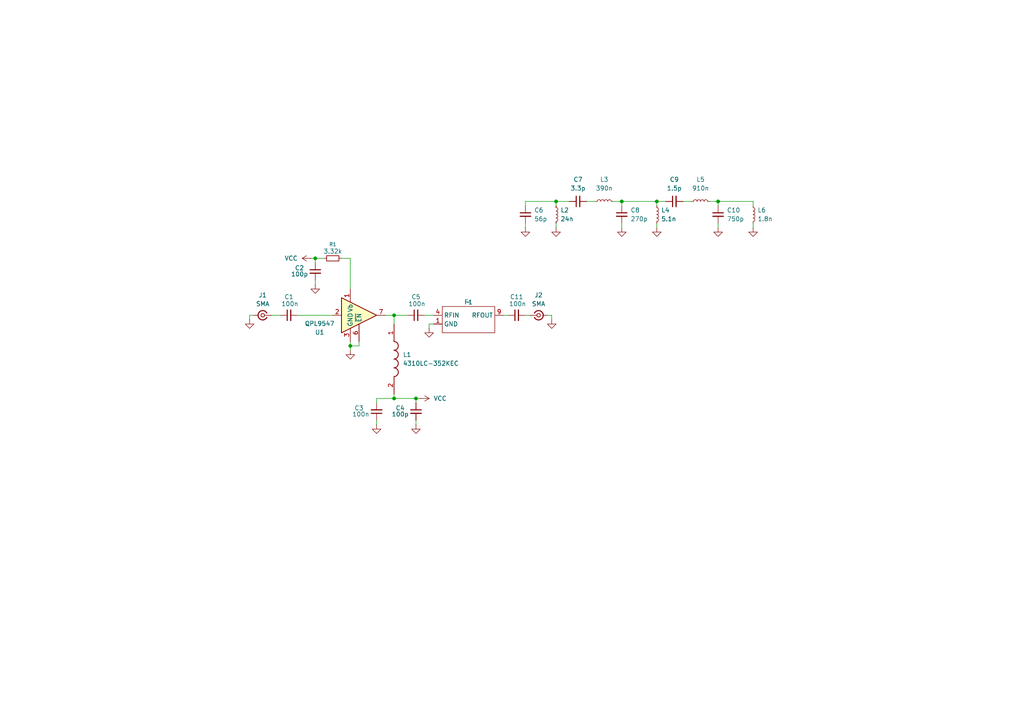
<source format=kicad_sch>
(kicad_sch (version 20250114) (generator "eeschema") (generator_version "9.0")
  (paper "A4")
  (lib_symbols
    (symbol "Connector:Conn_Coaxial_Small" (pin_numbers (hide yes)) (pin_names (offset 1.016) (hide yes))
      (property "Reference" "J" (at 0.254 3.048 0))
      (property "Value" "Conn_Coaxial_Small" (at 0 -3.81 0))
      (symbol "Conn_Coaxial_Small_0_1"
        (polyline (pts (xy -2.54 0) (xy -0.508 0)))
        (circle (center 0 0) (radius 0.508) (stroke (width 0.2032)))
      )
      (symbol "Conn_Coaxial_Small_1_1"
        (arc (start 1.3484 0.0039) (mid 0.327 -1.308) (end -1.1916 -0.6311) (stroke (width 0.3048)))
        (arc (start -1.1916 0.6311) (mid 0.327 1.3081) (end 1.3484 -0.0039) (stroke (width 0.3048)))
        (pin passive line (at -2.54 0 0) (length 1.27) (name "In") (number "1"))
        (pin passive line (at 2.54 0 180) (length 1.27) (name "Ext") (number "2"))
      )
    )
    (symbol "Device:C_Small" (pin_numbers (hide yes)) (pin_names (offset 0.254) (hide yes))
      (property "Reference" "C" (at 0.254 1.778 0))
      (property "Value" "C_Small" (at 0.254 -2.032 0))
      (symbol "C_Small_0_1"
        (polyline (pts (xy -1.524 0.508) (xy 1.524 0.508)) (stroke (width 0.3048)))
        (polyline (pts (xy -1.524 -0.508) (xy 1.524 -0.508)) (stroke (width 0.3302)))
      )
      (symbol "C_Small_1_1"
        (pin passive line (at 0 2.54 270) (length 2.032) (name "~") (number "1"))
        (pin passive line (at 0 -2.54 90) (length 2.032) (name "~") (number "2"))
      )
    )
    (symbol "Device:L_Small" (pin_numbers (hide yes)) (pin_names (offset 0.254) (hide yes))
      (property "Reference" "L" (at 0.762 1.016 0))
      (property "Value" "L_Small" (at 0.762 -1.016 0))
      (symbol "L_Small_0_1"
        (arc (start 0 2.032) (mid 0.5058 1.524) (end 0 1.016))
        (arc (start 0 1.016) (mid 0.5058 0.508) (end 0 0))
        (arc (start 0 0) (mid 0.5058 -0.508) (end 0 -1.016))
        (arc (start 0 -1.016) (mid 0.5058 -1.524) (end 0 -2.032))
      )
      (symbol "L_Small_1_1"
        (pin passive line (at 0 2.54 270) (length 0.508) (name "~") (number "1"))
        (pin passive line (at 0 -2.54 90) (length 0.508) (name "~") (number "2"))
      )
    )
    (symbol "Device:R_Small" (pin_numbers (hide yes)) (pin_names (offset 0.254) (hide yes))
      (property "Reference" "R" (at 0 0 90))
      (property "Value" "R_Small" (at 1.778 0 90))
      (symbol "R_Small_0_1"
        (rectangle (start -0.762 1.778) (end 0.762 -1.778) (stroke (width 0.2032)))
      )
      (symbol "R_Small_1_1"
        (pin passive line (at 0 2.54 270) (length 0.762) (name "~") (number "1"))
        (pin passive line (at 0 -2.54 90) (length 0.762) (name "~") (number "2"))
      )
    )
    (symbol "RF_Amplifier:QPL9547"
      (property "Reference" "U" (at 1.27 10.16 0))
      (property "Value" "QPL9547" (at 5.08 5.08 0))
      (symbol "QPL9547_0_1"
        (polyline (pts (xy 5.08 0) (xy -5.08 5.08) (xy -5.08 -5.08) (xy 5.08 0)) (stroke (width 0.254)) (fill (type background)))
      )
      (symbol "QPL9547_1_1"
        (pin input line (at -7.62 0 0) (length 2.54) (name "~") (number "2"))
        (pin power_in line (at -2.54 7.62 270) (length 3.81) (name "Vb") (number "1"))
        (pin power_in line (at -2.54 -7.62 90) (length 3.81) (name "GND") (number "3"))
        (pin passive line (at -2.54 -7.62 90) (length 3.81) (hide yes) (name "GND") (number "4"))
        (pin passive line (at -2.54 -7.62 90) (length 3.81) (hide yes) (name "GND") (number "5"))
        (pin passive line (at -2.54 -7.62 90) (length 3.81) (hide yes) (name "GND") (number "8"))
        (pin passive line (at -2.54 -7.62 90) (length 3.81) (hide yes) (name "GND") (number "9"))
        (pin passive line (at 0 -7.62 90) (length 5.08) (name "~{EN}") (number "6"))
        (pin output line (at 7.62 0 180) (length 2.54) (name "~") (number "7"))
      )
    )
    (symbol "RF_Filters:TA1581A"
      (property "Reference" "F" (at 0 3.556 0))
      (symbol "TA1581A_0_1"
        (rectangle (start -7.62 2.54) (end 7.62 -5.08))
      )
      (symbol "TA1581A_1_1"
        (pin input line (at -10.16 0 0) (length 2.54) (name "RFIN") (number "4"))
        (pin power_out line (at -10.16 -2.54 0) (length 2.54) (name "GND") (number "1"))
        (pin power_out line (at -10.16 -2.54 0) (length 2.54) (hide yes) (name "GND") (number "10"))
        (pin power_out line (at -10.16 -2.54 0) (length 2.54) (hide yes) (name "GND") (number "2"))
        (pin power_out line (at -10.16 -2.54 0) (length 2.54) (hide yes) (name "GND") (number "3"))
        (pin power_out line (at -10.16 -2.54 0) (length 2.54) (hide yes) (name "GND") (number "5"))
        (pin power_out line (at -10.16 -2.54 0) (length 2.54) (hide yes) (name "GND") (number "6"))
        (pin power_out line (at -10.16 -2.54 0) (length 2.54) (hide yes) (name "GND") (number "7"))
        (pin power_out line (at -10.16 -2.54 0) (length 2.54) (hide yes) (name "GND") (number "8"))
        (pin output line (at 10.16 0 180) (length 2.54) (name "RFOUT") (number "9"))
      )
    )
    (symbol "SamacSys_Parts:4310LC-352KEC" (pin_names (hide yes))
      (property "Reference" "L" (at 16.51 6.35 0))
      (property "Value" "4310LC-352KEC" (at 16.51 3.81 0))
      (symbol "4310LC-352KEC_1_1"
        (arc (start 5.08 0) (mid 6.35 1.219) (end 7.62 0) (stroke (width 0.254)))
        (arc (start 7.62 0) (mid 8.89 1.219) (end 10.16 0) (stroke (width 0.254)))
        (arc (start 10.16 0) (mid 11.43 1.219) (end 12.7 0) (stroke (width 0.254)))
        (arc (start 12.7 0) (mid 13.97 1.219) (end 15.24 0) (stroke (width 0.254)))
        (pin passive line (at 0 0 0) (length 5.08) (name "1") (number "1"))
        (pin passive line (at 20.32 0 180) (length 5.08) (name "2") (number "2"))
      )
    )
    (symbol "power:GND" (power) (pin_numbers (hide yes)) (pin_names (offset 0) (hide yes))
      (property "Value" "GND" (at 0 -3.81 0))
      (symbol "GND_0_1"
        (polyline (pts (xy 0 0) (xy 0 -1.27) (xy 1.27 -1.27) (xy 0 -2.54) (xy -1.27 -1.27) (xy 0 -1.27)))
      )
      (symbol "GND_1_1"
        (pin power_in line (at 0 0 270) (length 0) (name "~") (number "1"))
      )
    )
    (symbol "power:VCC" (power) (pin_numbers (hide yes)) (pin_names (offset 0) (hide yes))
      (property "Value" "VCC" (at 0 3.556 0))
      (symbol "VCC_0_1"
        (polyline (pts (xy -0.762 1.27) (xy 0 2.54)))
        (polyline (pts (xy 0 2.54) (xy 0.762 1.27)))
        (polyline (pts (xy 0 0) (xy 0 2.54)))
      )
      (symbol "VCC_1_1"
        (pin power_in line (at 0 0 90) (length 0) (name "~") (number "1"))
      )
    )
  )
  (junction (at 114.3 91.44))
  (junction (at 180.34 58.42))
  (junction (at 114.3 115.57))
  (junction (at 120.65 115.57))
  (junction (at 190.5 58.42))
  (junction (at 101.6 100.33))
  (junction (at 161.29 58.42))
  (junction (at 208.28 58.42))
  (junction (at 91.44 74.93))
  (wire (pts (xy 208.28 66.04) (xy 208.28 64.77)))
  (wire (pts (xy 91.44 76.2) (xy 91.44 74.93)))
  (wire (pts (xy 218.44 66.04) (xy 218.44 64.77)))
  (wire (pts (xy 205.74 58.42) (xy 208.28 58.42)))
  (wire (pts (xy 177.8 58.42) (xy 180.34 58.42)))
  (wire (pts (xy 153.67 91.44) (xy 152.4 91.44)))
  (wire (pts (xy 120.65 116.84) (xy 120.65 115.57)))
  (wire (pts (xy 152.4 58.42) (xy 161.29 58.42)))
  (wire (pts (xy 114.3 115.57) (xy 109.22 115.57)))
  (wire (pts (xy 72.39 92.71) (xy 72.39 91.44)))
  (wire (pts (xy 78.74 91.44) (xy 81.28 91.44)))
  (wire (pts (xy 161.29 66.04) (xy 161.29 64.77)))
  (wire (pts (xy 101.6 83.82) (xy 101.6 74.93)))
  (wire (pts (xy 161.29 58.42) (xy 165.1 58.42)))
  (wire (pts (xy 152.4 66.04) (xy 152.4 64.77)))
  (wire (pts (xy 123.19 91.44) (xy 125.73 91.44)))
  (wire (pts (xy 101.6 100.33) (xy 101.6 101.6)))
  (wire (pts (xy 86.36 91.44) (xy 96.52 91.44)))
  (wire (pts (xy 161.29 58.42) (xy 161.29 59.69)))
  (wire (pts (xy 90.17 74.93) (xy 91.44 74.93)))
  (wire (pts (xy 120.65 115.57) (xy 114.3 115.57)))
  (wire (pts (xy 72.39 91.44) (xy 73.66 91.44)))
  (wire (pts (xy 104.14 99.06) (xy 104.14 100.33)))
  (wire (pts (xy 190.5 58.42) (xy 193.04 58.42)))
  (wire (pts (xy 208.28 58.42) (xy 218.44 58.42)))
  (wire (pts (xy 91.44 82.55) (xy 91.44 81.28)))
  (wire (pts (xy 109.22 115.57) (xy 109.22 116.84)))
  (wire (pts (xy 114.3 91.44) (xy 118.11 91.44)))
  (wire (pts (xy 104.14 100.33) (xy 101.6 100.33)))
  (wire (pts (xy 101.6 74.93) (xy 99.06 74.93)))
  (wire (pts (xy 152.4 59.69) (xy 152.4 58.42)))
  (wire (pts (xy 198.12 58.42) (xy 200.66 58.42)))
  (wire (pts (xy 121.92 115.57) (xy 120.65 115.57)))
  (wire (pts (xy 190.5 66.04) (xy 190.5 64.77)))
  (wire (pts (xy 101.6 99.06) (xy 101.6 100.33)))
  (wire (pts (xy 190.5 58.42) (xy 190.5 59.69)))
  (wire (pts (xy 180.34 58.42) (xy 180.34 59.69)))
  (wire (pts (xy 109.22 123.19) (xy 109.22 121.92)))
  (wire (pts (xy 218.44 58.42) (xy 218.44 59.69)))
  (wire (pts (xy 124.46 93.98) (xy 125.73 93.98)))
  (wire (pts (xy 170.18 58.42) (xy 172.72 58.42)))
  (wire (pts (xy 146.05 91.44) (xy 147.32 91.44)))
  (wire (pts (xy 180.34 58.42) (xy 190.5 58.42)))
  (wire (pts (xy 160.02 91.44) (xy 158.75 91.44)))
  (wire (pts (xy 124.46 95.25) (xy 124.46 93.98)))
  (wire (pts (xy 114.3 91.44) (xy 111.76 91.44)))
  (wire (pts (xy 208.28 58.42) (xy 208.28 59.69)))
  (wire (pts (xy 160.02 92.71) (xy 160.02 91.44)))
  (wire (pts (xy 180.34 66.04) (xy 180.34 64.77)))
  (wire (pts (xy 114.3 114.3) (xy 114.3 115.57)))
  (wire (pts (xy 120.65 123.19) (xy 120.65 121.92)))
  (wire (pts (xy 91.44 74.93) (xy 93.98 74.93)))
  (wire (pts (xy 114.3 93.98) (xy 114.3 91.44)))
  (symbol (lib_id "Device:L_Small") (at 161.29 62.23 0) (unit 1)
    (property "Reference" "L2" (at 162.56 60.9599 0) (effects (justify left)))
    (property "Value" "24n" (at 162.56 63.4999 0) (effects (justify left)))
    (property "Footprint" "Inductor_SMD:L_0402_1005Metric" (effects (hide yes)))
    (property "Description" "Inductor, small symbol" (effects (hide yes)))
  )
  (symbol (lib_id "Device:C_Small") (at 180.34 62.23 0) (unit 1)
    (property "Reference" "C8" (at 182.88 60.9662 0) (effects (justify left)))
    (property "Value" "270p" (at 182.88 63.5062 0) (effects (justify left)))
    (property "Footprint" "Capacitor_SMD:C_0402_1005Metric" (effects (hide yes)))
    (property "Description" "Unpolarized capacitor, small symbol" (effects (hide yes)))
  )
  (symbol (lib_id "Device:C_Small") (at 120.65 119.38 0) (unit 1)
    (property "Reference" "C4" (at 116.078 118.364 0))
    (property "Value" "100p" (at 116.078 120.142 0))
    (property "Footprint" "Capacitor_SMD:C_0402_1005Metric" (effects (hide yes)))
    (property "Description" "Unpolarized capacitor, small symbol" (effects (hide yes)))
    (property "MFR" "81-GRM1555C1H101JA1D" (effects (hide yes)))
  )
  (symbol (lib_id "power:GND") (at 218.44 66.04 0) (unit 1)
    (property "Reference" "#PWR014" (effects (hide yes)))
    (property "Value" "GND" (effects (hide yes)))
    (property "Description" "Power symbol creates a global label with name \"GND\" , ground" (effects (hide yes)))
  )
  (symbol (lib_id "Device:C_Small") (at 152.4 62.23 0) (unit 1)
    (property "Reference" "C6" (at 154.94 60.9662 0) (effects (justify left)))
    (property "Value" "56p" (at 154.94 63.5062 0) (effects (justify left)))
    (property "Footprint" "Capacitor_SMD:C_0402_1005Metric" (effects (hide yes)))
    (property "Description" "Unpolarized capacitor, small symbol" (effects (hide yes)))
  )
  (symbol (lib_id "Device:C_Small") (at 120.65 91.44 90) (unit 1)
    (property "Reference" "C5" (at 120.65 86.106 90))
    (property "Value" "100n" (at 120.904 88.138 90))
    (property "Footprint" "Capacitor_SMD:C_0402_1005Metric" (effects (hide yes)))
    (property "Description" "Unpolarized capacitor, small symbol" (effects (hide yes)))
  )
  (symbol (lib_id "Device:L_Small") (at 190.5 62.23 0) (unit 1)
    (property "Reference" "L4" (at 191.77 60.9599 0) (effects (justify left)))
    (property "Value" "5.1n" (at 191.77 63.4999 0) (effects (justify left)))
    (property "Footprint" "Inductor_SMD:L_0402_1005Metric" (effects (hide yes)))
    (property "Description" "Inductor, small symbol" (effects (hide yes)))
  )
  (symbol (lib_id "Device:C_Small") (at 195.58 58.42 90) (unit 1)
    (property "Reference" "C9" (at 195.5863 52.07 90))
    (property "Value" "1.5p" (at 195.5863 54.61 90))
    (property "Footprint" "Capacitor_SMD:C_0402_1005Metric" (effects (hide yes)))
    (property "Description" "Unpolarized capacitor, small symbol" (effects (hide yes)))
  )
  (symbol (lib_id "RF_Filters:TA1581A") (at 135.89 91.44 0) (unit 1)
    (property "Reference" "F1" (at 135.89 87.63 0))
    (property "Value" "~" (at 135.89 87.63 0))
  )
  (symbol (lib_id "Device:L_Small") (at 218.44 62.23 0) (unit 1)
    (property "Reference" "L6" (at 219.71 60.9599 0) (effects (justify left)))
    (property "Value" "1.8n" (at 219.71 63.4999 0) (effects (justify left)))
    (property "Footprint" "Inductor_SMD:L_0402_1005Metric" (effects (hide yes)))
    (property "Description" "Inductor, small symbol" (effects (hide yes)))
  )
  (symbol (lib_id "power:GND") (at 109.22 123.19 0) (unit 1)
    (property "Reference" "#PWR05" (effects (hide yes)))
    (property "Value" "GND" (effects (hide yes)))
    (property "Description" "Power symbol creates a global label with name \"GND\" , ground" (effects (hide yes)))
  )
  (symbol (lib_id "Connector:Conn_Coaxial_Small") (at 156.21 91.44 0) (unit 1)
    (property "Reference" "J2" (at 156.21 85.598 0))
    (property "Value" "SMA" (at 156.21 88.138 0))
    (property "Footprint" "Connector_Coaxial:SMA_Samtec_SMA-J-P-H-ST-EM1_EdgeMount" (effects (hide yes)))
    (property "Description" "small coaxial connector (BNC, SMA, SMB, SMC, Cinch/RCA, LEMO, ...)" (effects (hide yes)))
  )
  (symbol (lib_id "Device:C_Small") (at 109.22 119.38 180) (unit 1)
    (property "Reference" "C3" (at 104.14 118.364 0))
    (property "Value" "100n" (at 104.648 120.142 0))
    (property "Footprint" "Capacitor_SMD:C_0402_1005Metric" (effects (hide yes)))
    (property "Description" "Unpolarized capacitor, small symbol" (effects (hide yes)))
  )
  (symbol (lib_id "SamacSys_Parts:4310LC-352KEC") (at 114.3 93.98 270) (unit 1)
    (property "Reference" "L1" (at 116.84 102.8699 90) (effects (justify left)))
    (property "Value" "4310LC-352KEC" (at 116.84 105.4099 90) (effects (justify left)))
    (property "Footprint" "SamacSys_Parts:4310LC132KEC" (effects (hide yes)))
    (property "Datasheet" "https://www.coilcraft.com/pdfs/4310lc.pdf" (effects (hide yes)))
    (property "Description" "Fixed Inductors 4310LC Wideband Bias 3.5uH 10% 49mOhms" (effects (hide yes)))
    (property "Height" "3.554" (effects (hide yes)))
    (property "Mouser Part Number" "994-4310LC-352KEC" (effects (hide yes)))
    (property "Mouser Price/Stock" "https://www.mouser.co.uk/ProductDetail/Coilcraft/4310LC-352KEC?qs=ZYnrCdKdyefR4NosjcaP1w%3D%3D" (effects (hide yes)))
    (property "Manufacturer_Name" "COILCRAFT" (effects (hide yes)))
    (property "Manufacturer_Part_Number" "4310LC-352KEC" (effects (hide yes)))
  )
  (symbol (lib_id "power:GND") (at 120.65 123.19 0) (unit 1)
    (property "Reference" "#PWR06" (effects (hide yes)))
    (property "Value" "GND" (effects (hide yes)))
    (property "Description" "Power symbol creates a global label with name \"GND\" , ground" (effects (hide yes)))
  )
  (symbol (lib_id "power:VCC") (at 90.17 74.93 90) (unit 1)
    (property "Reference" "#PWR02" (effects (hide yes)))
    (property "Value" "VCC" (at 86.36 74.9299 90) (effects (justify left)))
    (property "Description" "Power symbol creates a global label with name \"VCC\"" (effects (hide yes)))
  )
  (symbol (lib_id "Device:C_Small") (at 91.44 78.74 0) (unit 1)
    (property "Reference" "C2" (at 86.868 77.724 0))
    (property "Value" "100p" (at 86.868 79.502 0))
    (property "Footprint" "Capacitor_SMD:C_0402_1005Metric" (effects (hide yes)))
    (property "Description" "Unpolarized capacitor, small symbol" (effects (hide yes)))
    (property "MFR" "81-GRM1555C1H101JA1D" (effects (hide yes)))
  )
  (symbol (lib_id "Connector:Conn_Coaxial_Small") (at 76.2 91.44 180) (unit 1)
    (property "Reference" "J1" (at 76.2 85.598 0))
    (property "Value" "SMA" (at 76.2 88.138 0))
    (property "Footprint" "Connector_Coaxial:SMA_Samtec_SMA-J-P-H-ST-EM1_EdgeMount" (effects (hide yes)))
    (property "Description" "small coaxial connector (BNC, SMA, SMB, SMC, Cinch/RCA, LEMO, ...)" (effects (hide yes)))
  )
  (symbol (lib_id "RF_Amplifier:QPL9547") (at 104.14 91.44 0) (unit 1)
    (property "Reference" "U1" (at 92.71 96.3932 0))
    (property "Value" "QPL9547" (at 92.71 93.8532 0))
    (property "Footprint" "Package_DFN_QFN:DFN-8-1EP_2x2mm_P0.5mm_EP0.8x1.6mm" (effects (hide yes)))
    (property "Datasheet" "https://www.qorvo.com/products/d/da007268" (effects (hide yes)))
    (property "Description" "100-6000MHz RF/IF +19.5dB gain block, DFN-8" (effects (hide yes)))
  )
  (symbol (lib_id "power:GND") (at 180.34 66.04 0) (unit 1)
    (property "Reference" "#PWR011" (effects (hide yes)))
    (property "Value" "GND" (effects (hide yes)))
    (property "Description" "Power symbol creates a global label with name \"GND\" , ground" (effects (hide yes)))
  )
  (symbol (lib_id "power:VCC") (at 121.92 115.57 270) (unit 1)
    (property "Reference" "#PWR07" (effects (hide yes)))
    (property "Value" "VCC" (at 125.73 115.5699 90) (effects (justify left)))
    (property "Description" "Power symbol creates a global label with name \"VCC\"" (effects (hide yes)))
  )
  (symbol (lib_id "power:GND") (at 208.28 66.04 0) (unit 1)
    (property "Reference" "#PWR013" (effects (hide yes)))
    (property "Value" "GND" (effects (hide yes)))
    (property "Description" "Power symbol creates a global label with name \"GND\" , ground" (effects (hide yes)))
  )
  (symbol (lib_id "Device:C_Small") (at 208.28 62.23 0) (unit 1)
    (property "Reference" "C10" (at 210.82 60.9662 0) (effects (justify left)))
    (property "Value" "750p" (at 210.82 63.5062 0) (effects (justify left)))
    (property "Footprint" "Capacitor_SMD:C_0402_1005Metric" (effects (hide yes)))
    (property "Description" "Unpolarized capacitor, small symbol" (effects (hide yes)))
  )
  (symbol (lib_id "power:GND") (at 124.46 95.25 0) (unit 1)
    (property "Reference" "#PWR08" (effects (hide yes)))
    (property "Value" "GND" (effects (hide yes)))
    (property "Description" "Power symbol creates a global label with name \"GND\" , ground" (effects (hide yes)))
  )
  (symbol (lib_id "Device:C_Small") (at 167.64 58.42 90) (unit 1)
    (property "Reference" "C7" (at 167.6463 52.07 90))
    (property "Value" "3.3p" (at 167.6463 54.61 90))
    (property "Footprint" "Capacitor_SMD:C_0402_1005Metric" (effects (hide yes)))
    (property "Description" "Unpolarized capacitor, small symbol" (effects (hide yes)))
  )
  (symbol (lib_id "power:GND") (at 160.02 92.71 0) (unit 1)
    (property "Reference" "#PWR015" (effects (hide yes)))
    (property "Value" "GND" (effects (hide yes)))
    (property "Description" "Power symbol creates a global label with name \"GND\" , ground" (effects (hide yes)))
  )
  (symbol (lib_id "Device:L_Small") (at 175.26 58.42 90) (unit 1)
    (property "Reference" "L3" (at 175.26 52.07 90))
    (property "Value" "390n" (at 175.26 54.61 90))
    (property "Footprint" "Inductor_SMD:L_0402_1005Metric" (effects (hide yes)))
    (property "Description" "Inductor, small symbol" (effects (hide yes)))
  )
  (symbol (lib_id "power:GND") (at 190.5 66.04 0) (unit 1)
    (property "Reference" "#PWR012" (effects (hide yes)))
    (property "Value" "GND" (effects (hide yes)))
    (property "Description" "Power symbol creates a global label with name \"GND\" , ground" (effects (hide yes)))
  )
  (symbol (lib_id "Device:L_Small") (at 203.2 58.42 90) (unit 1)
    (property "Reference" "L5" (at 203.2 52.07 90))
    (property "Value" "910n" (at 203.2 54.61 90))
    (property "Footprint" "Inductor_SMD:L_0402_1005Metric" (effects (hide yes)))
    (property "Description" "Inductor, small symbol" (effects (hide yes)))
  )
  (symbol (lib_id "power:GND") (at 91.44 82.55 0) (unit 1)
    (property "Reference" "#PWR03" (effects (hide yes)))
    (property "Value" "GND" (effects (hide yes)))
    (property "Description" "Power symbol creates a global label with name \"GND\" , ground" (effects (hide yes)))
  )
  (symbol (lib_id "Device:C_Small") (at 149.86 91.44 90) (unit 1)
    (property "Reference" "C11" (at 149.86 86.106 90))
    (property "Value" "100n" (at 150.114 88.138 90))
    (property "Footprint" "Capacitor_SMD:C_0402_1005Metric" (effects (hide yes)))
    (property "Description" "Unpolarized capacitor, small symbol" (effects (hide yes)))
  )
  (symbol (lib_id "power:GND") (at 101.6 101.6 0) (unit 1)
    (property "Reference" "#PWR04" (effects (hide yes)))
    (property "Value" "GND" (effects (hide yes)))
    (property "Description" "Power symbol creates a global label with name \"GND\" , ground" (effects (hide yes)))
  )
  (symbol (lib_id "Device:C_Small") (at 83.82 91.44 90) (unit 1)
    (property "Reference" "C1" (at 83.82 86.106 90))
    (property "Value" "100n" (at 84.074 88.138 90))
    (property "Footprint" "Capacitor_SMD:C_0402_1005Metric" (effects (hide yes)))
    (property "Description" "Unpolarized capacitor, small symbol" (effects (hide yes)))
  )
  (symbol (lib_id "power:GND") (at 72.39 92.71 0) (unit 1)
    (property "Reference" "#PWR01" (effects (hide yes)))
    (property "Value" "GND" (effects (hide yes)))
    (property "Description" "Power symbol creates a global label with name \"GND\" , ground" (effects (hide yes)))
  )
  (symbol (lib_id "power:GND") (at 161.29 66.04 0) (unit 1)
    (property "Reference" "#PWR010" (effects (hide yes)))
    (property "Value" "GND" (effects (hide yes)))
    (property "Description" "Power symbol creates a global label with name \"GND\" , ground" (effects (hide yes)))
  )
  (symbol (lib_id "power:GND") (at 152.4 66.04 0) (unit 1)
    (property "Reference" "#PWR09" (effects (hide yes)))
    (property "Value" "GND" (effects (hide yes)))
    (property "Description" "Power symbol creates a global label with name \"GND\" , ground" (effects (hide yes)))
  )
  (symbol (lib_id "Device:R_Small") (at 96.52 74.93 90) (unit 1)
    (property "Reference" "R1" (at 96.52 70.866 90) (effects (font (size 1.016 1.016))))
    (property "Value" "3.32k" (at 96.52 72.898 90))
    (property "Footprint" "Resistor_SMD:R_0402_1005Metric" (effects (hide yes)))
    (property "Description" "Resistor, small symbol" (effects (hide yes)))
  )
)
</source>
